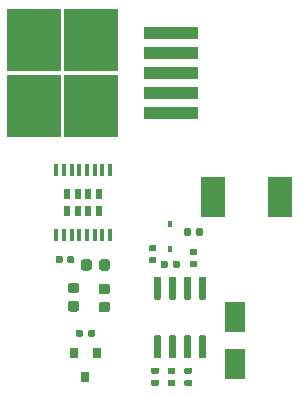
<source format=gbr>
%TF.GenerationSoftware,KiCad,Pcbnew,5.1.5+dfsg1-2build2*%
%TF.CreationDate,2022-09-06T14:28:28-04:00*%
%TF.ProjectId,salt_replacement,73616c74-5f72-4657-906c-6163656d656e,1.1.0*%
%TF.SameCoordinates,Original*%
%TF.FileFunction,Paste,Top*%
%TF.FilePolarity,Positive*%
%FSLAX46Y46*%
G04 Gerber Fmt 4.6, Leading zero omitted, Abs format (unit mm)*
G04 Created by KiCad (PCBNEW 5.1.5+dfsg1-2build2) date 2022-09-06 14:28:28*
%MOMM*%
%LPD*%
G04 APERTURE LIST*
%ADD10R,2.000000X3.400000*%
%ADD11R,0.800000X0.900000*%
%ADD12R,4.600000X1.100000*%
%ADD13R,4.550000X5.250000*%
%ADD14R,0.450000X1.050000*%
%ADD15R,0.537000X0.882000*%
%ADD16C,0.100000*%
%ADD17R,1.800000X2.500000*%
%ADD18R,0.450000X0.600000*%
G04 APERTURE END LIST*
D10*
%TO.C,L1*%
X126400000Y-114420000D03*
X132100000Y-114420000D03*
%TD*%
D11*
%TO.C,Q1*%
X116550000Y-127600000D03*
X114650000Y-127600000D03*
X115600000Y-129600000D03*
%TD*%
D12*
%TO.C,U1*%
X122825000Y-107320000D03*
X122825000Y-105620000D03*
X122825000Y-103920000D03*
X122825000Y-102220000D03*
X122825000Y-100520000D03*
D13*
X111250000Y-101145000D03*
X116100000Y-106695000D03*
X111250000Y-106695000D03*
X116100000Y-101145000D03*
%TD*%
D14*
%TO.C,U2*%
X113125000Y-117625000D03*
X113775000Y-117625000D03*
X114425000Y-117625000D03*
X115075000Y-117625000D03*
X115725000Y-117625000D03*
X116375000Y-117625000D03*
X117025000Y-117625000D03*
X117675000Y-117625000D03*
X117675000Y-112075000D03*
X117025000Y-112075000D03*
X116375000Y-112075000D03*
X115725000Y-112075000D03*
X115075000Y-112075000D03*
X114425000Y-112075000D03*
X113775000Y-112075000D03*
X113125000Y-112075000D03*
D15*
X116742500Y-114115000D03*
X115847500Y-114115000D03*
X114952500Y-114115000D03*
X114057500Y-114115000D03*
X116742500Y-115585000D03*
X115847500Y-115585000D03*
X114952500Y-115585000D03*
X114057500Y-115585000D03*
%TD*%
D16*
%TO.C,C6*%
G36*
X113543722Y-119390674D02*
G01*
X113557313Y-119392690D01*
X113570640Y-119396028D01*
X113583576Y-119400657D01*
X113595996Y-119406531D01*
X113607780Y-119413594D01*
X113618815Y-119421779D01*
X113628995Y-119431005D01*
X113638221Y-119441185D01*
X113646406Y-119452220D01*
X113653469Y-119464004D01*
X113659343Y-119476424D01*
X113663972Y-119489360D01*
X113667310Y-119502687D01*
X113669326Y-119516278D01*
X113670000Y-119530000D01*
X113670000Y-119870000D01*
X113669326Y-119883722D01*
X113667310Y-119897313D01*
X113663972Y-119910640D01*
X113659343Y-119923576D01*
X113653469Y-119935996D01*
X113646406Y-119947780D01*
X113638221Y-119958815D01*
X113628995Y-119968995D01*
X113618815Y-119978221D01*
X113607780Y-119986406D01*
X113595996Y-119993469D01*
X113583576Y-119999343D01*
X113570640Y-120003972D01*
X113557313Y-120007310D01*
X113543722Y-120009326D01*
X113530000Y-120010000D01*
X113250000Y-120010000D01*
X113236278Y-120009326D01*
X113222687Y-120007310D01*
X113209360Y-120003972D01*
X113196424Y-119999343D01*
X113184004Y-119993469D01*
X113172220Y-119986406D01*
X113161185Y-119978221D01*
X113151005Y-119968995D01*
X113141779Y-119958815D01*
X113133594Y-119947780D01*
X113126531Y-119935996D01*
X113120657Y-119923576D01*
X113116028Y-119910640D01*
X113112690Y-119897313D01*
X113110674Y-119883722D01*
X113110000Y-119870000D01*
X113110000Y-119530000D01*
X113110674Y-119516278D01*
X113112690Y-119502687D01*
X113116028Y-119489360D01*
X113120657Y-119476424D01*
X113126531Y-119464004D01*
X113133594Y-119452220D01*
X113141779Y-119441185D01*
X113151005Y-119431005D01*
X113161185Y-119421779D01*
X113172220Y-119413594D01*
X113184004Y-119406531D01*
X113196424Y-119400657D01*
X113209360Y-119396028D01*
X113222687Y-119392690D01*
X113236278Y-119390674D01*
X113250000Y-119390000D01*
X113530000Y-119390000D01*
X113543722Y-119390674D01*
G37*
G36*
X114503722Y-119390674D02*
G01*
X114517313Y-119392690D01*
X114530640Y-119396028D01*
X114543576Y-119400657D01*
X114555996Y-119406531D01*
X114567780Y-119413594D01*
X114578815Y-119421779D01*
X114588995Y-119431005D01*
X114598221Y-119441185D01*
X114606406Y-119452220D01*
X114613469Y-119464004D01*
X114619343Y-119476424D01*
X114623972Y-119489360D01*
X114627310Y-119502687D01*
X114629326Y-119516278D01*
X114630000Y-119530000D01*
X114630000Y-119870000D01*
X114629326Y-119883722D01*
X114627310Y-119897313D01*
X114623972Y-119910640D01*
X114619343Y-119923576D01*
X114613469Y-119935996D01*
X114606406Y-119947780D01*
X114598221Y-119958815D01*
X114588995Y-119968995D01*
X114578815Y-119978221D01*
X114567780Y-119986406D01*
X114555996Y-119993469D01*
X114543576Y-119999343D01*
X114530640Y-120003972D01*
X114517313Y-120007310D01*
X114503722Y-120009326D01*
X114490000Y-120010000D01*
X114210000Y-120010000D01*
X114196278Y-120009326D01*
X114182687Y-120007310D01*
X114169360Y-120003972D01*
X114156424Y-119999343D01*
X114144004Y-119993469D01*
X114132220Y-119986406D01*
X114121185Y-119978221D01*
X114111005Y-119968995D01*
X114101779Y-119958815D01*
X114093594Y-119947780D01*
X114086531Y-119935996D01*
X114080657Y-119923576D01*
X114076028Y-119910640D01*
X114072690Y-119897313D01*
X114070674Y-119883722D01*
X114070000Y-119870000D01*
X114070000Y-119530000D01*
X114070674Y-119516278D01*
X114072690Y-119502687D01*
X114076028Y-119489360D01*
X114080657Y-119476424D01*
X114086531Y-119464004D01*
X114093594Y-119452220D01*
X114101779Y-119441185D01*
X114111005Y-119431005D01*
X114121185Y-119421779D01*
X114132220Y-119413594D01*
X114144004Y-119406531D01*
X114156424Y-119400657D01*
X114169360Y-119396028D01*
X114182687Y-119392690D01*
X114196278Y-119390674D01*
X114210000Y-119390000D01*
X114490000Y-119390000D01*
X114503722Y-119390674D01*
G37*
%TD*%
%TO.C,C7*%
G36*
X117472054Y-119676083D02*
G01*
X117493895Y-119679323D01*
X117515314Y-119684688D01*
X117536104Y-119692127D01*
X117556064Y-119701568D01*
X117575003Y-119712919D01*
X117592738Y-119726073D01*
X117609099Y-119740901D01*
X117623927Y-119757262D01*
X117637081Y-119774997D01*
X117648432Y-119793936D01*
X117657873Y-119813896D01*
X117665312Y-119834686D01*
X117670677Y-119856105D01*
X117673917Y-119877946D01*
X117675000Y-119900000D01*
X117675000Y-120400000D01*
X117673917Y-120422054D01*
X117670677Y-120443895D01*
X117665312Y-120465314D01*
X117657873Y-120486104D01*
X117648432Y-120506064D01*
X117637081Y-120525003D01*
X117623927Y-120542738D01*
X117609099Y-120559099D01*
X117592738Y-120573927D01*
X117575003Y-120587081D01*
X117556064Y-120598432D01*
X117536104Y-120607873D01*
X117515314Y-120615312D01*
X117493895Y-120620677D01*
X117472054Y-120623917D01*
X117450000Y-120625000D01*
X117000000Y-120625000D01*
X116977946Y-120623917D01*
X116956105Y-120620677D01*
X116934686Y-120615312D01*
X116913896Y-120607873D01*
X116893936Y-120598432D01*
X116874997Y-120587081D01*
X116857262Y-120573927D01*
X116840901Y-120559099D01*
X116826073Y-120542738D01*
X116812919Y-120525003D01*
X116801568Y-120506064D01*
X116792127Y-120486104D01*
X116784688Y-120465314D01*
X116779323Y-120443895D01*
X116776083Y-120422054D01*
X116775000Y-120400000D01*
X116775000Y-119900000D01*
X116776083Y-119877946D01*
X116779323Y-119856105D01*
X116784688Y-119834686D01*
X116792127Y-119813896D01*
X116801568Y-119793936D01*
X116812919Y-119774997D01*
X116826073Y-119757262D01*
X116840901Y-119740901D01*
X116857262Y-119726073D01*
X116874997Y-119712919D01*
X116893936Y-119701568D01*
X116913896Y-119692127D01*
X116934686Y-119684688D01*
X116956105Y-119679323D01*
X116977946Y-119676083D01*
X117000000Y-119675000D01*
X117450000Y-119675000D01*
X117472054Y-119676083D01*
G37*
G36*
X115922054Y-119676083D02*
G01*
X115943895Y-119679323D01*
X115965314Y-119684688D01*
X115986104Y-119692127D01*
X116006064Y-119701568D01*
X116025003Y-119712919D01*
X116042738Y-119726073D01*
X116059099Y-119740901D01*
X116073927Y-119757262D01*
X116087081Y-119774997D01*
X116098432Y-119793936D01*
X116107873Y-119813896D01*
X116115312Y-119834686D01*
X116120677Y-119856105D01*
X116123917Y-119877946D01*
X116125000Y-119900000D01*
X116125000Y-120400000D01*
X116123917Y-120422054D01*
X116120677Y-120443895D01*
X116115312Y-120465314D01*
X116107873Y-120486104D01*
X116098432Y-120506064D01*
X116087081Y-120525003D01*
X116073927Y-120542738D01*
X116059099Y-120559099D01*
X116042738Y-120573927D01*
X116025003Y-120587081D01*
X116006064Y-120598432D01*
X115986104Y-120607873D01*
X115965314Y-120615312D01*
X115943895Y-120620677D01*
X115922054Y-120623917D01*
X115900000Y-120625000D01*
X115450000Y-120625000D01*
X115427946Y-120623917D01*
X115406105Y-120620677D01*
X115384686Y-120615312D01*
X115363896Y-120607873D01*
X115343936Y-120598432D01*
X115324997Y-120587081D01*
X115307262Y-120573927D01*
X115290901Y-120559099D01*
X115276073Y-120542738D01*
X115262919Y-120525003D01*
X115251568Y-120506064D01*
X115242127Y-120486104D01*
X115234688Y-120465314D01*
X115229323Y-120443895D01*
X115226083Y-120422054D01*
X115225000Y-120400000D01*
X115225000Y-119900000D01*
X115226083Y-119877946D01*
X115229323Y-119856105D01*
X115234688Y-119834686D01*
X115242127Y-119813896D01*
X115251568Y-119793936D01*
X115262919Y-119774997D01*
X115276073Y-119757262D01*
X115290901Y-119740901D01*
X115307262Y-119726073D01*
X115324997Y-119712919D01*
X115343936Y-119701568D01*
X115363896Y-119692127D01*
X115384686Y-119684688D01*
X115406105Y-119679323D01*
X115427946Y-119676083D01*
X115450000Y-119675000D01*
X115900000Y-119675000D01*
X115922054Y-119676083D01*
G37*
%TD*%
%TO.C,C8*%
G36*
X114872054Y-123201083D02*
G01*
X114893895Y-123204323D01*
X114915314Y-123209688D01*
X114936104Y-123217127D01*
X114956064Y-123226568D01*
X114975003Y-123237919D01*
X114992738Y-123251073D01*
X115009099Y-123265901D01*
X115023927Y-123282262D01*
X115037081Y-123299997D01*
X115048432Y-123318936D01*
X115057873Y-123338896D01*
X115065312Y-123359686D01*
X115070677Y-123381105D01*
X115073917Y-123402946D01*
X115075000Y-123425000D01*
X115075000Y-123875000D01*
X115073917Y-123897054D01*
X115070677Y-123918895D01*
X115065312Y-123940314D01*
X115057873Y-123961104D01*
X115048432Y-123981064D01*
X115037081Y-124000003D01*
X115023927Y-124017738D01*
X115009099Y-124034099D01*
X114992738Y-124048927D01*
X114975003Y-124062081D01*
X114956064Y-124073432D01*
X114936104Y-124082873D01*
X114915314Y-124090312D01*
X114893895Y-124095677D01*
X114872054Y-124098917D01*
X114850000Y-124100000D01*
X114350000Y-124100000D01*
X114327946Y-124098917D01*
X114306105Y-124095677D01*
X114284686Y-124090312D01*
X114263896Y-124082873D01*
X114243936Y-124073432D01*
X114224997Y-124062081D01*
X114207262Y-124048927D01*
X114190901Y-124034099D01*
X114176073Y-124017738D01*
X114162919Y-124000003D01*
X114151568Y-123981064D01*
X114142127Y-123961104D01*
X114134688Y-123940314D01*
X114129323Y-123918895D01*
X114126083Y-123897054D01*
X114125000Y-123875000D01*
X114125000Y-123425000D01*
X114126083Y-123402946D01*
X114129323Y-123381105D01*
X114134688Y-123359686D01*
X114142127Y-123338896D01*
X114151568Y-123318936D01*
X114162919Y-123299997D01*
X114176073Y-123282262D01*
X114190901Y-123265901D01*
X114207262Y-123251073D01*
X114224997Y-123237919D01*
X114243936Y-123226568D01*
X114263896Y-123217127D01*
X114284686Y-123209688D01*
X114306105Y-123204323D01*
X114327946Y-123201083D01*
X114350000Y-123200000D01*
X114850000Y-123200000D01*
X114872054Y-123201083D01*
G37*
G36*
X114872054Y-121651083D02*
G01*
X114893895Y-121654323D01*
X114915314Y-121659688D01*
X114936104Y-121667127D01*
X114956064Y-121676568D01*
X114975003Y-121687919D01*
X114992738Y-121701073D01*
X115009099Y-121715901D01*
X115023927Y-121732262D01*
X115037081Y-121749997D01*
X115048432Y-121768936D01*
X115057873Y-121788896D01*
X115065312Y-121809686D01*
X115070677Y-121831105D01*
X115073917Y-121852946D01*
X115075000Y-121875000D01*
X115075000Y-122325000D01*
X115073917Y-122347054D01*
X115070677Y-122368895D01*
X115065312Y-122390314D01*
X115057873Y-122411104D01*
X115048432Y-122431064D01*
X115037081Y-122450003D01*
X115023927Y-122467738D01*
X115009099Y-122484099D01*
X114992738Y-122498927D01*
X114975003Y-122512081D01*
X114956064Y-122523432D01*
X114936104Y-122532873D01*
X114915314Y-122540312D01*
X114893895Y-122545677D01*
X114872054Y-122548917D01*
X114850000Y-122550000D01*
X114350000Y-122550000D01*
X114327946Y-122548917D01*
X114306105Y-122545677D01*
X114284686Y-122540312D01*
X114263896Y-122532873D01*
X114243936Y-122523432D01*
X114224997Y-122512081D01*
X114207262Y-122498927D01*
X114190901Y-122484099D01*
X114176073Y-122467738D01*
X114162919Y-122450003D01*
X114151568Y-122431064D01*
X114142127Y-122411104D01*
X114134688Y-122390314D01*
X114129323Y-122368895D01*
X114126083Y-122347054D01*
X114125000Y-122325000D01*
X114125000Y-121875000D01*
X114126083Y-121852946D01*
X114129323Y-121831105D01*
X114134688Y-121809686D01*
X114142127Y-121788896D01*
X114151568Y-121768936D01*
X114162919Y-121749997D01*
X114176073Y-121732262D01*
X114190901Y-121715901D01*
X114207262Y-121701073D01*
X114224997Y-121687919D01*
X114243936Y-121676568D01*
X114263896Y-121667127D01*
X114284686Y-121659688D01*
X114306105Y-121654323D01*
X114327946Y-121651083D01*
X114350000Y-121650000D01*
X114850000Y-121650000D01*
X114872054Y-121651083D01*
G37*
%TD*%
%TO.C,C9*%
G36*
X117472054Y-123276083D02*
G01*
X117493895Y-123279323D01*
X117515314Y-123284688D01*
X117536104Y-123292127D01*
X117556064Y-123301568D01*
X117575003Y-123312919D01*
X117592738Y-123326073D01*
X117609099Y-123340901D01*
X117623927Y-123357262D01*
X117637081Y-123374997D01*
X117648432Y-123393936D01*
X117657873Y-123413896D01*
X117665312Y-123434686D01*
X117670677Y-123456105D01*
X117673917Y-123477946D01*
X117675000Y-123500000D01*
X117675000Y-123950000D01*
X117673917Y-123972054D01*
X117670677Y-123993895D01*
X117665312Y-124015314D01*
X117657873Y-124036104D01*
X117648432Y-124056064D01*
X117637081Y-124075003D01*
X117623927Y-124092738D01*
X117609099Y-124109099D01*
X117592738Y-124123927D01*
X117575003Y-124137081D01*
X117556064Y-124148432D01*
X117536104Y-124157873D01*
X117515314Y-124165312D01*
X117493895Y-124170677D01*
X117472054Y-124173917D01*
X117450000Y-124175000D01*
X116950000Y-124175000D01*
X116927946Y-124173917D01*
X116906105Y-124170677D01*
X116884686Y-124165312D01*
X116863896Y-124157873D01*
X116843936Y-124148432D01*
X116824997Y-124137081D01*
X116807262Y-124123927D01*
X116790901Y-124109099D01*
X116776073Y-124092738D01*
X116762919Y-124075003D01*
X116751568Y-124056064D01*
X116742127Y-124036104D01*
X116734688Y-124015314D01*
X116729323Y-123993895D01*
X116726083Y-123972054D01*
X116725000Y-123950000D01*
X116725000Y-123500000D01*
X116726083Y-123477946D01*
X116729323Y-123456105D01*
X116734688Y-123434686D01*
X116742127Y-123413896D01*
X116751568Y-123393936D01*
X116762919Y-123374997D01*
X116776073Y-123357262D01*
X116790901Y-123340901D01*
X116807262Y-123326073D01*
X116824997Y-123312919D01*
X116843936Y-123301568D01*
X116863896Y-123292127D01*
X116884686Y-123284688D01*
X116906105Y-123279323D01*
X116927946Y-123276083D01*
X116950000Y-123275000D01*
X117450000Y-123275000D01*
X117472054Y-123276083D01*
G37*
G36*
X117472054Y-121726083D02*
G01*
X117493895Y-121729323D01*
X117515314Y-121734688D01*
X117536104Y-121742127D01*
X117556064Y-121751568D01*
X117575003Y-121762919D01*
X117592738Y-121776073D01*
X117609099Y-121790901D01*
X117623927Y-121807262D01*
X117637081Y-121824997D01*
X117648432Y-121843936D01*
X117657873Y-121863896D01*
X117665312Y-121884686D01*
X117670677Y-121906105D01*
X117673917Y-121927946D01*
X117675000Y-121950000D01*
X117675000Y-122400000D01*
X117673917Y-122422054D01*
X117670677Y-122443895D01*
X117665312Y-122465314D01*
X117657873Y-122486104D01*
X117648432Y-122506064D01*
X117637081Y-122525003D01*
X117623927Y-122542738D01*
X117609099Y-122559099D01*
X117592738Y-122573927D01*
X117575003Y-122587081D01*
X117556064Y-122598432D01*
X117536104Y-122607873D01*
X117515314Y-122615312D01*
X117493895Y-122620677D01*
X117472054Y-122623917D01*
X117450000Y-122625000D01*
X116950000Y-122625000D01*
X116927946Y-122623917D01*
X116906105Y-122620677D01*
X116884686Y-122615312D01*
X116863896Y-122607873D01*
X116843936Y-122598432D01*
X116824997Y-122587081D01*
X116807262Y-122573927D01*
X116790901Y-122559099D01*
X116776073Y-122542738D01*
X116762919Y-122525003D01*
X116751568Y-122506064D01*
X116742127Y-122486104D01*
X116734688Y-122465314D01*
X116729323Y-122443895D01*
X116726083Y-122422054D01*
X116725000Y-122400000D01*
X116725000Y-121950000D01*
X116726083Y-121927946D01*
X116729323Y-121906105D01*
X116734688Y-121884686D01*
X116742127Y-121863896D01*
X116751568Y-121843936D01*
X116762919Y-121824997D01*
X116776073Y-121807262D01*
X116790901Y-121790901D01*
X116807262Y-121776073D01*
X116824997Y-121762919D01*
X116843936Y-121751568D01*
X116863896Y-121742127D01*
X116884686Y-121734688D01*
X116906105Y-121729323D01*
X116927946Y-121726083D01*
X116950000Y-121725000D01*
X117450000Y-121725000D01*
X117472054Y-121726083D01*
G37*
%TD*%
%TO.C,R2*%
G36*
X116268232Y-125630650D02*
G01*
X116281337Y-125632594D01*
X116294188Y-125635813D01*
X116306662Y-125640276D01*
X116318639Y-125645941D01*
X116330002Y-125652752D01*
X116340643Y-125660644D01*
X116350459Y-125669541D01*
X116359356Y-125679357D01*
X116367248Y-125689998D01*
X116374059Y-125701361D01*
X116379724Y-125713338D01*
X116384187Y-125725812D01*
X116387406Y-125738663D01*
X116389350Y-125751768D01*
X116390000Y-125765000D01*
X116390000Y-126135000D01*
X116389350Y-126148232D01*
X116387406Y-126161337D01*
X116384187Y-126174188D01*
X116379724Y-126186662D01*
X116374059Y-126198639D01*
X116367248Y-126210002D01*
X116359356Y-126220643D01*
X116350459Y-126230459D01*
X116340643Y-126239356D01*
X116330002Y-126247248D01*
X116318639Y-126254059D01*
X116306662Y-126259724D01*
X116294188Y-126264187D01*
X116281337Y-126267406D01*
X116268232Y-126269350D01*
X116255000Y-126270000D01*
X115985000Y-126270000D01*
X115971768Y-126269350D01*
X115958663Y-126267406D01*
X115945812Y-126264187D01*
X115933338Y-126259724D01*
X115921361Y-126254059D01*
X115909998Y-126247248D01*
X115899357Y-126239356D01*
X115889541Y-126230459D01*
X115880644Y-126220643D01*
X115872752Y-126210002D01*
X115865941Y-126198639D01*
X115860276Y-126186662D01*
X115855813Y-126174188D01*
X115852594Y-126161337D01*
X115850650Y-126148232D01*
X115850000Y-126135000D01*
X115850000Y-125765000D01*
X115850650Y-125751768D01*
X115852594Y-125738663D01*
X115855813Y-125725812D01*
X115860276Y-125713338D01*
X115865941Y-125701361D01*
X115872752Y-125689998D01*
X115880644Y-125679357D01*
X115889541Y-125669541D01*
X115899357Y-125660644D01*
X115909998Y-125652752D01*
X115921361Y-125645941D01*
X115933338Y-125640276D01*
X115945812Y-125635813D01*
X115958663Y-125632594D01*
X115971768Y-125630650D01*
X115985000Y-125630000D01*
X116255000Y-125630000D01*
X116268232Y-125630650D01*
G37*
G36*
X115248232Y-125630650D02*
G01*
X115261337Y-125632594D01*
X115274188Y-125635813D01*
X115286662Y-125640276D01*
X115298639Y-125645941D01*
X115310002Y-125652752D01*
X115320643Y-125660644D01*
X115330459Y-125669541D01*
X115339356Y-125679357D01*
X115347248Y-125689998D01*
X115354059Y-125701361D01*
X115359724Y-125713338D01*
X115364187Y-125725812D01*
X115367406Y-125738663D01*
X115369350Y-125751768D01*
X115370000Y-125765000D01*
X115370000Y-126135000D01*
X115369350Y-126148232D01*
X115367406Y-126161337D01*
X115364187Y-126174188D01*
X115359724Y-126186662D01*
X115354059Y-126198639D01*
X115347248Y-126210002D01*
X115339356Y-126220643D01*
X115330459Y-126230459D01*
X115320643Y-126239356D01*
X115310002Y-126247248D01*
X115298639Y-126254059D01*
X115286662Y-126259724D01*
X115274188Y-126264187D01*
X115261337Y-126267406D01*
X115248232Y-126269350D01*
X115235000Y-126270000D01*
X114965000Y-126270000D01*
X114951768Y-126269350D01*
X114938663Y-126267406D01*
X114925812Y-126264187D01*
X114913338Y-126259724D01*
X114901361Y-126254059D01*
X114889998Y-126247248D01*
X114879357Y-126239356D01*
X114869541Y-126230459D01*
X114860644Y-126220643D01*
X114852752Y-126210002D01*
X114845941Y-126198639D01*
X114840276Y-126186662D01*
X114835813Y-126174188D01*
X114832594Y-126161337D01*
X114830650Y-126148232D01*
X114830000Y-126135000D01*
X114830000Y-125765000D01*
X114830650Y-125751768D01*
X114832594Y-125738663D01*
X114835813Y-125725812D01*
X114840276Y-125713338D01*
X114845941Y-125701361D01*
X114852752Y-125689998D01*
X114860644Y-125679357D01*
X114869541Y-125669541D01*
X114879357Y-125660644D01*
X114889998Y-125652752D01*
X114901361Y-125645941D01*
X114913338Y-125640276D01*
X114925812Y-125635813D01*
X114938663Y-125632594D01*
X114951768Y-125630650D01*
X114965000Y-125630000D01*
X115235000Y-125630000D01*
X115248232Y-125630650D01*
G37*
%TD*%
%TO.C,R1*%
G36*
X124388232Y-117030650D02*
G01*
X124401337Y-117032594D01*
X124414188Y-117035813D01*
X124426662Y-117040276D01*
X124438639Y-117045941D01*
X124450002Y-117052752D01*
X124460643Y-117060644D01*
X124470459Y-117069541D01*
X124479356Y-117079357D01*
X124487248Y-117089998D01*
X124494059Y-117101361D01*
X124499724Y-117113338D01*
X124504187Y-117125812D01*
X124507406Y-117138663D01*
X124509350Y-117151768D01*
X124510000Y-117165000D01*
X124510000Y-117535000D01*
X124509350Y-117548232D01*
X124507406Y-117561337D01*
X124504187Y-117574188D01*
X124499724Y-117586662D01*
X124494059Y-117598639D01*
X124487248Y-117610002D01*
X124479356Y-117620643D01*
X124470459Y-117630459D01*
X124460643Y-117639356D01*
X124450002Y-117647248D01*
X124438639Y-117654059D01*
X124426662Y-117659724D01*
X124414188Y-117664187D01*
X124401337Y-117667406D01*
X124388232Y-117669350D01*
X124375000Y-117670000D01*
X124105000Y-117670000D01*
X124091768Y-117669350D01*
X124078663Y-117667406D01*
X124065812Y-117664187D01*
X124053338Y-117659724D01*
X124041361Y-117654059D01*
X124029998Y-117647248D01*
X124019357Y-117639356D01*
X124009541Y-117630459D01*
X124000644Y-117620643D01*
X123992752Y-117610002D01*
X123985941Y-117598639D01*
X123980276Y-117586662D01*
X123975813Y-117574188D01*
X123972594Y-117561337D01*
X123970650Y-117548232D01*
X123970000Y-117535000D01*
X123970000Y-117165000D01*
X123970650Y-117151768D01*
X123972594Y-117138663D01*
X123975813Y-117125812D01*
X123980276Y-117113338D01*
X123985941Y-117101361D01*
X123992752Y-117089998D01*
X124000644Y-117079357D01*
X124009541Y-117069541D01*
X124019357Y-117060644D01*
X124029998Y-117052752D01*
X124041361Y-117045941D01*
X124053338Y-117040276D01*
X124065812Y-117035813D01*
X124078663Y-117032594D01*
X124091768Y-117030650D01*
X124105000Y-117030000D01*
X124375000Y-117030000D01*
X124388232Y-117030650D01*
G37*
G36*
X125408232Y-117030650D02*
G01*
X125421337Y-117032594D01*
X125434188Y-117035813D01*
X125446662Y-117040276D01*
X125458639Y-117045941D01*
X125470002Y-117052752D01*
X125480643Y-117060644D01*
X125490459Y-117069541D01*
X125499356Y-117079357D01*
X125507248Y-117089998D01*
X125514059Y-117101361D01*
X125519724Y-117113338D01*
X125524187Y-117125812D01*
X125527406Y-117138663D01*
X125529350Y-117151768D01*
X125530000Y-117165000D01*
X125530000Y-117535000D01*
X125529350Y-117548232D01*
X125527406Y-117561337D01*
X125524187Y-117574188D01*
X125519724Y-117586662D01*
X125514059Y-117598639D01*
X125507248Y-117610002D01*
X125499356Y-117620643D01*
X125490459Y-117630459D01*
X125480643Y-117639356D01*
X125470002Y-117647248D01*
X125458639Y-117654059D01*
X125446662Y-117659724D01*
X125434188Y-117664187D01*
X125421337Y-117667406D01*
X125408232Y-117669350D01*
X125395000Y-117670000D01*
X125125000Y-117670000D01*
X125111768Y-117669350D01*
X125098663Y-117667406D01*
X125085812Y-117664187D01*
X125073338Y-117659724D01*
X125061361Y-117654059D01*
X125049998Y-117647248D01*
X125039357Y-117639356D01*
X125029541Y-117630459D01*
X125020644Y-117620643D01*
X125012752Y-117610002D01*
X125005941Y-117598639D01*
X125000276Y-117586662D01*
X124995813Y-117574188D01*
X124992594Y-117561337D01*
X124990650Y-117548232D01*
X124990000Y-117535000D01*
X124990000Y-117165000D01*
X124990650Y-117151768D01*
X124992594Y-117138663D01*
X124995813Y-117125812D01*
X125000276Y-117113338D01*
X125005941Y-117101361D01*
X125012752Y-117089998D01*
X125020644Y-117079357D01*
X125029541Y-117069541D01*
X125039357Y-117060644D01*
X125049998Y-117052752D01*
X125061361Y-117045941D01*
X125073338Y-117040276D01*
X125085812Y-117035813D01*
X125098663Y-117032594D01*
X125111768Y-117030650D01*
X125125000Y-117030000D01*
X125395000Y-117030000D01*
X125408232Y-117030650D01*
G37*
%TD*%
%TO.C,R3*%
G36*
X124498232Y-128840650D02*
G01*
X124511337Y-128842594D01*
X124524188Y-128845813D01*
X124536662Y-128850276D01*
X124548639Y-128855941D01*
X124560002Y-128862752D01*
X124570643Y-128870644D01*
X124580459Y-128879541D01*
X124589356Y-128889357D01*
X124597248Y-128899998D01*
X124604059Y-128911361D01*
X124609724Y-128923338D01*
X124614187Y-128935812D01*
X124617406Y-128948663D01*
X124619350Y-128961768D01*
X124620000Y-128975000D01*
X124620000Y-129245000D01*
X124619350Y-129258232D01*
X124617406Y-129271337D01*
X124614187Y-129284188D01*
X124609724Y-129296662D01*
X124604059Y-129308639D01*
X124597248Y-129320002D01*
X124589356Y-129330643D01*
X124580459Y-129340459D01*
X124570643Y-129349356D01*
X124560002Y-129357248D01*
X124548639Y-129364059D01*
X124536662Y-129369724D01*
X124524188Y-129374187D01*
X124511337Y-129377406D01*
X124498232Y-129379350D01*
X124485000Y-129380000D01*
X124115000Y-129380000D01*
X124101768Y-129379350D01*
X124088663Y-129377406D01*
X124075812Y-129374187D01*
X124063338Y-129369724D01*
X124051361Y-129364059D01*
X124039998Y-129357248D01*
X124029357Y-129349356D01*
X124019541Y-129340459D01*
X124010644Y-129330643D01*
X124002752Y-129320002D01*
X123995941Y-129308639D01*
X123990276Y-129296662D01*
X123985813Y-129284188D01*
X123982594Y-129271337D01*
X123980650Y-129258232D01*
X123980000Y-129245000D01*
X123980000Y-128975000D01*
X123980650Y-128961768D01*
X123982594Y-128948663D01*
X123985813Y-128935812D01*
X123990276Y-128923338D01*
X123995941Y-128911361D01*
X124002752Y-128899998D01*
X124010644Y-128889357D01*
X124019541Y-128879541D01*
X124029357Y-128870644D01*
X124039998Y-128862752D01*
X124051361Y-128855941D01*
X124063338Y-128850276D01*
X124075812Y-128845813D01*
X124088663Y-128842594D01*
X124101768Y-128840650D01*
X124115000Y-128840000D01*
X124485000Y-128840000D01*
X124498232Y-128840650D01*
G37*
G36*
X124498232Y-129860650D02*
G01*
X124511337Y-129862594D01*
X124524188Y-129865813D01*
X124536662Y-129870276D01*
X124548639Y-129875941D01*
X124560002Y-129882752D01*
X124570643Y-129890644D01*
X124580459Y-129899541D01*
X124589356Y-129909357D01*
X124597248Y-129919998D01*
X124604059Y-129931361D01*
X124609724Y-129943338D01*
X124614187Y-129955812D01*
X124617406Y-129968663D01*
X124619350Y-129981768D01*
X124620000Y-129995000D01*
X124620000Y-130265000D01*
X124619350Y-130278232D01*
X124617406Y-130291337D01*
X124614187Y-130304188D01*
X124609724Y-130316662D01*
X124604059Y-130328639D01*
X124597248Y-130340002D01*
X124589356Y-130350643D01*
X124580459Y-130360459D01*
X124570643Y-130369356D01*
X124560002Y-130377248D01*
X124548639Y-130384059D01*
X124536662Y-130389724D01*
X124524188Y-130394187D01*
X124511337Y-130397406D01*
X124498232Y-130399350D01*
X124485000Y-130400000D01*
X124115000Y-130400000D01*
X124101768Y-130399350D01*
X124088663Y-130397406D01*
X124075812Y-130394187D01*
X124063338Y-130389724D01*
X124051361Y-130384059D01*
X124039998Y-130377248D01*
X124029357Y-130369356D01*
X124019541Y-130360459D01*
X124010644Y-130350643D01*
X124002752Y-130340002D01*
X123995941Y-130328639D01*
X123990276Y-130316662D01*
X123985813Y-130304188D01*
X123982594Y-130291337D01*
X123980650Y-130278232D01*
X123980000Y-130265000D01*
X123980000Y-129995000D01*
X123980650Y-129981768D01*
X123982594Y-129968663D01*
X123985813Y-129955812D01*
X123990276Y-129943338D01*
X123995941Y-129931361D01*
X124002752Y-129919998D01*
X124010644Y-129909357D01*
X124019541Y-129899541D01*
X124029357Y-129890644D01*
X124039998Y-129882752D01*
X124051361Y-129875941D01*
X124063338Y-129870276D01*
X124075812Y-129865813D01*
X124088663Y-129862594D01*
X124101768Y-129860650D01*
X124115000Y-129860000D01*
X124485000Y-129860000D01*
X124498232Y-129860650D01*
G37*
%TD*%
%TO.C,R4*%
G36*
X124948232Y-119790650D02*
G01*
X124961337Y-119792594D01*
X124974188Y-119795813D01*
X124986662Y-119800276D01*
X124998639Y-119805941D01*
X125010002Y-119812752D01*
X125020643Y-119820644D01*
X125030459Y-119829541D01*
X125039356Y-119839357D01*
X125047248Y-119849998D01*
X125054059Y-119861361D01*
X125059724Y-119873338D01*
X125064187Y-119885812D01*
X125067406Y-119898663D01*
X125069350Y-119911768D01*
X125070000Y-119925000D01*
X125070000Y-120195000D01*
X125069350Y-120208232D01*
X125067406Y-120221337D01*
X125064187Y-120234188D01*
X125059724Y-120246662D01*
X125054059Y-120258639D01*
X125047248Y-120270002D01*
X125039356Y-120280643D01*
X125030459Y-120290459D01*
X125020643Y-120299356D01*
X125010002Y-120307248D01*
X124998639Y-120314059D01*
X124986662Y-120319724D01*
X124974188Y-120324187D01*
X124961337Y-120327406D01*
X124948232Y-120329350D01*
X124935000Y-120330000D01*
X124565000Y-120330000D01*
X124551768Y-120329350D01*
X124538663Y-120327406D01*
X124525812Y-120324187D01*
X124513338Y-120319724D01*
X124501361Y-120314059D01*
X124489998Y-120307248D01*
X124479357Y-120299356D01*
X124469541Y-120290459D01*
X124460644Y-120280643D01*
X124452752Y-120270002D01*
X124445941Y-120258639D01*
X124440276Y-120246662D01*
X124435813Y-120234188D01*
X124432594Y-120221337D01*
X124430650Y-120208232D01*
X124430000Y-120195000D01*
X124430000Y-119925000D01*
X124430650Y-119911768D01*
X124432594Y-119898663D01*
X124435813Y-119885812D01*
X124440276Y-119873338D01*
X124445941Y-119861361D01*
X124452752Y-119849998D01*
X124460644Y-119839357D01*
X124469541Y-119829541D01*
X124479357Y-119820644D01*
X124489998Y-119812752D01*
X124501361Y-119805941D01*
X124513338Y-119800276D01*
X124525812Y-119795813D01*
X124538663Y-119792594D01*
X124551768Y-119790650D01*
X124565000Y-119790000D01*
X124935000Y-119790000D01*
X124948232Y-119790650D01*
G37*
G36*
X124948232Y-118770650D02*
G01*
X124961337Y-118772594D01*
X124974188Y-118775813D01*
X124986662Y-118780276D01*
X124998639Y-118785941D01*
X125010002Y-118792752D01*
X125020643Y-118800644D01*
X125030459Y-118809541D01*
X125039356Y-118819357D01*
X125047248Y-118829998D01*
X125054059Y-118841361D01*
X125059724Y-118853338D01*
X125064187Y-118865812D01*
X125067406Y-118878663D01*
X125069350Y-118891768D01*
X125070000Y-118905000D01*
X125070000Y-119175000D01*
X125069350Y-119188232D01*
X125067406Y-119201337D01*
X125064187Y-119214188D01*
X125059724Y-119226662D01*
X125054059Y-119238639D01*
X125047248Y-119250002D01*
X125039356Y-119260643D01*
X125030459Y-119270459D01*
X125020643Y-119279356D01*
X125010002Y-119287248D01*
X124998639Y-119294059D01*
X124986662Y-119299724D01*
X124974188Y-119304187D01*
X124961337Y-119307406D01*
X124948232Y-119309350D01*
X124935000Y-119310000D01*
X124565000Y-119310000D01*
X124551768Y-119309350D01*
X124538663Y-119307406D01*
X124525812Y-119304187D01*
X124513338Y-119299724D01*
X124501361Y-119294059D01*
X124489998Y-119287248D01*
X124479357Y-119279356D01*
X124469541Y-119270459D01*
X124460644Y-119260643D01*
X124452752Y-119250002D01*
X124445941Y-119238639D01*
X124440276Y-119226662D01*
X124435813Y-119214188D01*
X124432594Y-119201337D01*
X124430650Y-119188232D01*
X124430000Y-119175000D01*
X124430000Y-118905000D01*
X124430650Y-118891768D01*
X124432594Y-118878663D01*
X124435813Y-118865812D01*
X124440276Y-118853338D01*
X124445941Y-118841361D01*
X124452752Y-118829998D01*
X124460644Y-118819357D01*
X124469541Y-118809541D01*
X124479357Y-118800644D01*
X124489998Y-118792752D01*
X124501361Y-118785941D01*
X124513338Y-118780276D01*
X124525812Y-118775813D01*
X124538663Y-118772594D01*
X124551768Y-118770650D01*
X124565000Y-118770000D01*
X124935000Y-118770000D01*
X124948232Y-118770650D01*
G37*
%TD*%
%TO.C,R5*%
G36*
X121498232Y-118470650D02*
G01*
X121511337Y-118472594D01*
X121524188Y-118475813D01*
X121536662Y-118480276D01*
X121548639Y-118485941D01*
X121560002Y-118492752D01*
X121570643Y-118500644D01*
X121580459Y-118509541D01*
X121589356Y-118519357D01*
X121597248Y-118529998D01*
X121604059Y-118541361D01*
X121609724Y-118553338D01*
X121614187Y-118565812D01*
X121617406Y-118578663D01*
X121619350Y-118591768D01*
X121620000Y-118605000D01*
X121620000Y-118875000D01*
X121619350Y-118888232D01*
X121617406Y-118901337D01*
X121614187Y-118914188D01*
X121609724Y-118926662D01*
X121604059Y-118938639D01*
X121597248Y-118950002D01*
X121589356Y-118960643D01*
X121580459Y-118970459D01*
X121570643Y-118979356D01*
X121560002Y-118987248D01*
X121548639Y-118994059D01*
X121536662Y-118999724D01*
X121524188Y-119004187D01*
X121511337Y-119007406D01*
X121498232Y-119009350D01*
X121485000Y-119010000D01*
X121115000Y-119010000D01*
X121101768Y-119009350D01*
X121088663Y-119007406D01*
X121075812Y-119004187D01*
X121063338Y-118999724D01*
X121051361Y-118994059D01*
X121039998Y-118987248D01*
X121029357Y-118979356D01*
X121019541Y-118970459D01*
X121010644Y-118960643D01*
X121002752Y-118950002D01*
X120995941Y-118938639D01*
X120990276Y-118926662D01*
X120985813Y-118914188D01*
X120982594Y-118901337D01*
X120980650Y-118888232D01*
X120980000Y-118875000D01*
X120980000Y-118605000D01*
X120980650Y-118591768D01*
X120982594Y-118578663D01*
X120985813Y-118565812D01*
X120990276Y-118553338D01*
X120995941Y-118541361D01*
X121002752Y-118529998D01*
X121010644Y-118519357D01*
X121019541Y-118509541D01*
X121029357Y-118500644D01*
X121039998Y-118492752D01*
X121051361Y-118485941D01*
X121063338Y-118480276D01*
X121075812Y-118475813D01*
X121088663Y-118472594D01*
X121101768Y-118470650D01*
X121115000Y-118470000D01*
X121485000Y-118470000D01*
X121498232Y-118470650D01*
G37*
G36*
X121498232Y-119490650D02*
G01*
X121511337Y-119492594D01*
X121524188Y-119495813D01*
X121536662Y-119500276D01*
X121548639Y-119505941D01*
X121560002Y-119512752D01*
X121570643Y-119520644D01*
X121580459Y-119529541D01*
X121589356Y-119539357D01*
X121597248Y-119549998D01*
X121604059Y-119561361D01*
X121609724Y-119573338D01*
X121614187Y-119585812D01*
X121617406Y-119598663D01*
X121619350Y-119611768D01*
X121620000Y-119625000D01*
X121620000Y-119895000D01*
X121619350Y-119908232D01*
X121617406Y-119921337D01*
X121614187Y-119934188D01*
X121609724Y-119946662D01*
X121604059Y-119958639D01*
X121597248Y-119970002D01*
X121589356Y-119980643D01*
X121580459Y-119990459D01*
X121570643Y-119999356D01*
X121560002Y-120007248D01*
X121548639Y-120014059D01*
X121536662Y-120019724D01*
X121524188Y-120024187D01*
X121511337Y-120027406D01*
X121498232Y-120029350D01*
X121485000Y-120030000D01*
X121115000Y-120030000D01*
X121101768Y-120029350D01*
X121088663Y-120027406D01*
X121075812Y-120024187D01*
X121063338Y-120019724D01*
X121051361Y-120014059D01*
X121039998Y-120007248D01*
X121029357Y-119999356D01*
X121019541Y-119990459D01*
X121010644Y-119980643D01*
X121002752Y-119970002D01*
X120995941Y-119958639D01*
X120990276Y-119946662D01*
X120985813Y-119934188D01*
X120982594Y-119921337D01*
X120980650Y-119908232D01*
X120980000Y-119895000D01*
X120980000Y-119625000D01*
X120980650Y-119611768D01*
X120982594Y-119598663D01*
X120985813Y-119585812D01*
X120990276Y-119573338D01*
X120995941Y-119561361D01*
X121002752Y-119549998D01*
X121010644Y-119539357D01*
X121019541Y-119529541D01*
X121029357Y-119520644D01*
X121039998Y-119512752D01*
X121051361Y-119505941D01*
X121063338Y-119500276D01*
X121075812Y-119495813D01*
X121088663Y-119492594D01*
X121101768Y-119490650D01*
X121115000Y-119490000D01*
X121485000Y-119490000D01*
X121498232Y-119490650D01*
G37*
%TD*%
%TO.C,R6*%
G36*
X123458232Y-119780650D02*
G01*
X123471337Y-119782594D01*
X123484188Y-119785813D01*
X123496662Y-119790276D01*
X123508639Y-119795941D01*
X123520002Y-119802752D01*
X123530643Y-119810644D01*
X123540459Y-119819541D01*
X123549356Y-119829357D01*
X123557248Y-119839998D01*
X123564059Y-119851361D01*
X123569724Y-119863338D01*
X123574187Y-119875812D01*
X123577406Y-119888663D01*
X123579350Y-119901768D01*
X123580000Y-119915000D01*
X123580000Y-120285000D01*
X123579350Y-120298232D01*
X123577406Y-120311337D01*
X123574187Y-120324188D01*
X123569724Y-120336662D01*
X123564059Y-120348639D01*
X123557248Y-120360002D01*
X123549356Y-120370643D01*
X123540459Y-120380459D01*
X123530643Y-120389356D01*
X123520002Y-120397248D01*
X123508639Y-120404059D01*
X123496662Y-120409724D01*
X123484188Y-120414187D01*
X123471337Y-120417406D01*
X123458232Y-120419350D01*
X123445000Y-120420000D01*
X123175000Y-120420000D01*
X123161768Y-120419350D01*
X123148663Y-120417406D01*
X123135812Y-120414187D01*
X123123338Y-120409724D01*
X123111361Y-120404059D01*
X123099998Y-120397248D01*
X123089357Y-120389356D01*
X123079541Y-120380459D01*
X123070644Y-120370643D01*
X123062752Y-120360002D01*
X123055941Y-120348639D01*
X123050276Y-120336662D01*
X123045813Y-120324188D01*
X123042594Y-120311337D01*
X123040650Y-120298232D01*
X123040000Y-120285000D01*
X123040000Y-119915000D01*
X123040650Y-119901768D01*
X123042594Y-119888663D01*
X123045813Y-119875812D01*
X123050276Y-119863338D01*
X123055941Y-119851361D01*
X123062752Y-119839998D01*
X123070644Y-119829357D01*
X123079541Y-119819541D01*
X123089357Y-119810644D01*
X123099998Y-119802752D01*
X123111361Y-119795941D01*
X123123338Y-119790276D01*
X123135812Y-119785813D01*
X123148663Y-119782594D01*
X123161768Y-119780650D01*
X123175000Y-119780000D01*
X123445000Y-119780000D01*
X123458232Y-119780650D01*
G37*
G36*
X122438232Y-119780650D02*
G01*
X122451337Y-119782594D01*
X122464188Y-119785813D01*
X122476662Y-119790276D01*
X122488639Y-119795941D01*
X122500002Y-119802752D01*
X122510643Y-119810644D01*
X122520459Y-119819541D01*
X122529356Y-119829357D01*
X122537248Y-119839998D01*
X122544059Y-119851361D01*
X122549724Y-119863338D01*
X122554187Y-119875812D01*
X122557406Y-119888663D01*
X122559350Y-119901768D01*
X122560000Y-119915000D01*
X122560000Y-120285000D01*
X122559350Y-120298232D01*
X122557406Y-120311337D01*
X122554187Y-120324188D01*
X122549724Y-120336662D01*
X122544059Y-120348639D01*
X122537248Y-120360002D01*
X122529356Y-120370643D01*
X122520459Y-120380459D01*
X122510643Y-120389356D01*
X122500002Y-120397248D01*
X122488639Y-120404059D01*
X122476662Y-120409724D01*
X122464188Y-120414187D01*
X122451337Y-120417406D01*
X122438232Y-120419350D01*
X122425000Y-120420000D01*
X122155000Y-120420000D01*
X122141768Y-120419350D01*
X122128663Y-120417406D01*
X122115812Y-120414187D01*
X122103338Y-120409724D01*
X122091361Y-120404059D01*
X122079998Y-120397248D01*
X122069357Y-120389356D01*
X122059541Y-120380459D01*
X122050644Y-120370643D01*
X122042752Y-120360002D01*
X122035941Y-120348639D01*
X122030276Y-120336662D01*
X122025813Y-120324188D01*
X122022594Y-120311337D01*
X122020650Y-120298232D01*
X122020000Y-120285000D01*
X122020000Y-119915000D01*
X122020650Y-119901768D01*
X122022594Y-119888663D01*
X122025813Y-119875812D01*
X122030276Y-119863338D01*
X122035941Y-119851361D01*
X122042752Y-119839998D01*
X122050644Y-119829357D01*
X122059541Y-119819541D01*
X122069357Y-119810644D01*
X122079998Y-119802752D01*
X122091361Y-119795941D01*
X122103338Y-119790276D01*
X122115812Y-119785813D01*
X122128663Y-119782594D01*
X122141768Y-119780650D01*
X122155000Y-119780000D01*
X122425000Y-119780000D01*
X122438232Y-119780650D01*
G37*
%TD*%
%TO.C,R7*%
G36*
X121698232Y-129860650D02*
G01*
X121711337Y-129862594D01*
X121724188Y-129865813D01*
X121736662Y-129870276D01*
X121748639Y-129875941D01*
X121760002Y-129882752D01*
X121770643Y-129890644D01*
X121780459Y-129899541D01*
X121789356Y-129909357D01*
X121797248Y-129919998D01*
X121804059Y-129931361D01*
X121809724Y-129943338D01*
X121814187Y-129955812D01*
X121817406Y-129968663D01*
X121819350Y-129981768D01*
X121820000Y-129995000D01*
X121820000Y-130265000D01*
X121819350Y-130278232D01*
X121817406Y-130291337D01*
X121814187Y-130304188D01*
X121809724Y-130316662D01*
X121804059Y-130328639D01*
X121797248Y-130340002D01*
X121789356Y-130350643D01*
X121780459Y-130360459D01*
X121770643Y-130369356D01*
X121760002Y-130377248D01*
X121748639Y-130384059D01*
X121736662Y-130389724D01*
X121724188Y-130394187D01*
X121711337Y-130397406D01*
X121698232Y-130399350D01*
X121685000Y-130400000D01*
X121315000Y-130400000D01*
X121301768Y-130399350D01*
X121288663Y-130397406D01*
X121275812Y-130394187D01*
X121263338Y-130389724D01*
X121251361Y-130384059D01*
X121239998Y-130377248D01*
X121229357Y-130369356D01*
X121219541Y-130360459D01*
X121210644Y-130350643D01*
X121202752Y-130340002D01*
X121195941Y-130328639D01*
X121190276Y-130316662D01*
X121185813Y-130304188D01*
X121182594Y-130291337D01*
X121180650Y-130278232D01*
X121180000Y-130265000D01*
X121180000Y-129995000D01*
X121180650Y-129981768D01*
X121182594Y-129968663D01*
X121185813Y-129955812D01*
X121190276Y-129943338D01*
X121195941Y-129931361D01*
X121202752Y-129919998D01*
X121210644Y-129909357D01*
X121219541Y-129899541D01*
X121229357Y-129890644D01*
X121239998Y-129882752D01*
X121251361Y-129875941D01*
X121263338Y-129870276D01*
X121275812Y-129865813D01*
X121288663Y-129862594D01*
X121301768Y-129860650D01*
X121315000Y-129860000D01*
X121685000Y-129860000D01*
X121698232Y-129860650D01*
G37*
G36*
X121698232Y-128840650D02*
G01*
X121711337Y-128842594D01*
X121724188Y-128845813D01*
X121736662Y-128850276D01*
X121748639Y-128855941D01*
X121760002Y-128862752D01*
X121770643Y-128870644D01*
X121780459Y-128879541D01*
X121789356Y-128889357D01*
X121797248Y-128899998D01*
X121804059Y-128911361D01*
X121809724Y-128923338D01*
X121814187Y-128935812D01*
X121817406Y-128948663D01*
X121819350Y-128961768D01*
X121820000Y-128975000D01*
X121820000Y-129245000D01*
X121819350Y-129258232D01*
X121817406Y-129271337D01*
X121814187Y-129284188D01*
X121809724Y-129296662D01*
X121804059Y-129308639D01*
X121797248Y-129320002D01*
X121789356Y-129330643D01*
X121780459Y-129340459D01*
X121770643Y-129349356D01*
X121760002Y-129357248D01*
X121748639Y-129364059D01*
X121736662Y-129369724D01*
X121724188Y-129374187D01*
X121711337Y-129377406D01*
X121698232Y-129379350D01*
X121685000Y-129380000D01*
X121315000Y-129380000D01*
X121301768Y-129379350D01*
X121288663Y-129377406D01*
X121275812Y-129374187D01*
X121263338Y-129369724D01*
X121251361Y-129364059D01*
X121239998Y-129357248D01*
X121229357Y-129349356D01*
X121219541Y-129340459D01*
X121210644Y-129330643D01*
X121202752Y-129320002D01*
X121195941Y-129308639D01*
X121190276Y-129296662D01*
X121185813Y-129284188D01*
X121182594Y-129271337D01*
X121180650Y-129258232D01*
X121180000Y-129245000D01*
X121180000Y-128975000D01*
X121180650Y-128961768D01*
X121182594Y-128948663D01*
X121185813Y-128935812D01*
X121190276Y-128923338D01*
X121195941Y-128911361D01*
X121202752Y-128899998D01*
X121210644Y-128889357D01*
X121219541Y-128879541D01*
X121229357Y-128870644D01*
X121239998Y-128862752D01*
X121251361Y-128855941D01*
X121263338Y-128850276D01*
X121275812Y-128845813D01*
X121288663Y-128842594D01*
X121301768Y-128840650D01*
X121315000Y-128840000D01*
X121685000Y-128840000D01*
X121698232Y-128840650D01*
G37*
%TD*%
%TO.C,R8*%
G36*
X123098232Y-129860650D02*
G01*
X123111337Y-129862594D01*
X123124188Y-129865813D01*
X123136662Y-129870276D01*
X123148639Y-129875941D01*
X123160002Y-129882752D01*
X123170643Y-129890644D01*
X123180459Y-129899541D01*
X123189356Y-129909357D01*
X123197248Y-129919998D01*
X123204059Y-129931361D01*
X123209724Y-129943338D01*
X123214187Y-129955812D01*
X123217406Y-129968663D01*
X123219350Y-129981768D01*
X123220000Y-129995000D01*
X123220000Y-130265000D01*
X123219350Y-130278232D01*
X123217406Y-130291337D01*
X123214187Y-130304188D01*
X123209724Y-130316662D01*
X123204059Y-130328639D01*
X123197248Y-130340002D01*
X123189356Y-130350643D01*
X123180459Y-130360459D01*
X123170643Y-130369356D01*
X123160002Y-130377248D01*
X123148639Y-130384059D01*
X123136662Y-130389724D01*
X123124188Y-130394187D01*
X123111337Y-130397406D01*
X123098232Y-130399350D01*
X123085000Y-130400000D01*
X122715000Y-130400000D01*
X122701768Y-130399350D01*
X122688663Y-130397406D01*
X122675812Y-130394187D01*
X122663338Y-130389724D01*
X122651361Y-130384059D01*
X122639998Y-130377248D01*
X122629357Y-130369356D01*
X122619541Y-130360459D01*
X122610644Y-130350643D01*
X122602752Y-130340002D01*
X122595941Y-130328639D01*
X122590276Y-130316662D01*
X122585813Y-130304188D01*
X122582594Y-130291337D01*
X122580650Y-130278232D01*
X122580000Y-130265000D01*
X122580000Y-129995000D01*
X122580650Y-129981768D01*
X122582594Y-129968663D01*
X122585813Y-129955812D01*
X122590276Y-129943338D01*
X122595941Y-129931361D01*
X122602752Y-129919998D01*
X122610644Y-129909357D01*
X122619541Y-129899541D01*
X122629357Y-129890644D01*
X122639998Y-129882752D01*
X122651361Y-129875941D01*
X122663338Y-129870276D01*
X122675812Y-129865813D01*
X122688663Y-129862594D01*
X122701768Y-129860650D01*
X122715000Y-129860000D01*
X123085000Y-129860000D01*
X123098232Y-129860650D01*
G37*
G36*
X123098232Y-128840650D02*
G01*
X123111337Y-128842594D01*
X123124188Y-128845813D01*
X123136662Y-128850276D01*
X123148639Y-128855941D01*
X123160002Y-128862752D01*
X123170643Y-128870644D01*
X123180459Y-128879541D01*
X123189356Y-128889357D01*
X123197248Y-128899998D01*
X123204059Y-128911361D01*
X123209724Y-128923338D01*
X123214187Y-128935812D01*
X123217406Y-128948663D01*
X123219350Y-128961768D01*
X123220000Y-128975000D01*
X123220000Y-129245000D01*
X123219350Y-129258232D01*
X123217406Y-129271337D01*
X123214187Y-129284188D01*
X123209724Y-129296662D01*
X123204059Y-129308639D01*
X123197248Y-129320002D01*
X123189356Y-129330643D01*
X123180459Y-129340459D01*
X123170643Y-129349356D01*
X123160002Y-129357248D01*
X123148639Y-129364059D01*
X123136662Y-129369724D01*
X123124188Y-129374187D01*
X123111337Y-129377406D01*
X123098232Y-129379350D01*
X123085000Y-129380000D01*
X122715000Y-129380000D01*
X122701768Y-129379350D01*
X122688663Y-129377406D01*
X122675812Y-129374187D01*
X122663338Y-129369724D01*
X122651361Y-129364059D01*
X122639998Y-129357248D01*
X122629357Y-129349356D01*
X122619541Y-129340459D01*
X122610644Y-129330643D01*
X122602752Y-129320002D01*
X122595941Y-129308639D01*
X122590276Y-129296662D01*
X122585813Y-129284188D01*
X122582594Y-129271337D01*
X122580650Y-129258232D01*
X122580000Y-129245000D01*
X122580000Y-128975000D01*
X122580650Y-128961768D01*
X122582594Y-128948663D01*
X122585813Y-128935812D01*
X122590276Y-128923338D01*
X122595941Y-128911361D01*
X122602752Y-128899998D01*
X122610644Y-128889357D01*
X122619541Y-128879541D01*
X122629357Y-128870644D01*
X122639998Y-128862752D01*
X122651361Y-128855941D01*
X122663338Y-128850276D01*
X122675812Y-128845813D01*
X122688663Y-128842594D01*
X122701768Y-128840650D01*
X122715000Y-128840000D01*
X123085000Y-128840000D01*
X123098232Y-128840650D01*
G37*
%TD*%
D17*
%TO.C,D1*%
X128250000Y-124520000D03*
X128250000Y-128520000D03*
%TD*%
D18*
%TO.C,D2*%
X122800000Y-118770000D03*
X122800000Y-116670000D03*
%TD*%
D16*
%TO.C,U3*%
G36*
X125669703Y-121150722D02*
G01*
X125684264Y-121152882D01*
X125698543Y-121156459D01*
X125712403Y-121161418D01*
X125725710Y-121167712D01*
X125738336Y-121175280D01*
X125750159Y-121184048D01*
X125761066Y-121193934D01*
X125770952Y-121204841D01*
X125779720Y-121216664D01*
X125787288Y-121229290D01*
X125793582Y-121242597D01*
X125798541Y-121256457D01*
X125802118Y-121270736D01*
X125804278Y-121285297D01*
X125805000Y-121300000D01*
X125805000Y-122950000D01*
X125804278Y-122964703D01*
X125802118Y-122979264D01*
X125798541Y-122993543D01*
X125793582Y-123007403D01*
X125787288Y-123020710D01*
X125779720Y-123033336D01*
X125770952Y-123045159D01*
X125761066Y-123056066D01*
X125750159Y-123065952D01*
X125738336Y-123074720D01*
X125725710Y-123082288D01*
X125712403Y-123088582D01*
X125698543Y-123093541D01*
X125684264Y-123097118D01*
X125669703Y-123099278D01*
X125655000Y-123100000D01*
X125355000Y-123100000D01*
X125340297Y-123099278D01*
X125325736Y-123097118D01*
X125311457Y-123093541D01*
X125297597Y-123088582D01*
X125284290Y-123082288D01*
X125271664Y-123074720D01*
X125259841Y-123065952D01*
X125248934Y-123056066D01*
X125239048Y-123045159D01*
X125230280Y-123033336D01*
X125222712Y-123020710D01*
X125216418Y-123007403D01*
X125211459Y-122993543D01*
X125207882Y-122979264D01*
X125205722Y-122964703D01*
X125205000Y-122950000D01*
X125205000Y-121300000D01*
X125205722Y-121285297D01*
X125207882Y-121270736D01*
X125211459Y-121256457D01*
X125216418Y-121242597D01*
X125222712Y-121229290D01*
X125230280Y-121216664D01*
X125239048Y-121204841D01*
X125248934Y-121193934D01*
X125259841Y-121184048D01*
X125271664Y-121175280D01*
X125284290Y-121167712D01*
X125297597Y-121161418D01*
X125311457Y-121156459D01*
X125325736Y-121152882D01*
X125340297Y-121150722D01*
X125355000Y-121150000D01*
X125655000Y-121150000D01*
X125669703Y-121150722D01*
G37*
G36*
X124399703Y-121150722D02*
G01*
X124414264Y-121152882D01*
X124428543Y-121156459D01*
X124442403Y-121161418D01*
X124455710Y-121167712D01*
X124468336Y-121175280D01*
X124480159Y-121184048D01*
X124491066Y-121193934D01*
X124500952Y-121204841D01*
X124509720Y-121216664D01*
X124517288Y-121229290D01*
X124523582Y-121242597D01*
X124528541Y-121256457D01*
X124532118Y-121270736D01*
X124534278Y-121285297D01*
X124535000Y-121300000D01*
X124535000Y-122950000D01*
X124534278Y-122964703D01*
X124532118Y-122979264D01*
X124528541Y-122993543D01*
X124523582Y-123007403D01*
X124517288Y-123020710D01*
X124509720Y-123033336D01*
X124500952Y-123045159D01*
X124491066Y-123056066D01*
X124480159Y-123065952D01*
X124468336Y-123074720D01*
X124455710Y-123082288D01*
X124442403Y-123088582D01*
X124428543Y-123093541D01*
X124414264Y-123097118D01*
X124399703Y-123099278D01*
X124385000Y-123100000D01*
X124085000Y-123100000D01*
X124070297Y-123099278D01*
X124055736Y-123097118D01*
X124041457Y-123093541D01*
X124027597Y-123088582D01*
X124014290Y-123082288D01*
X124001664Y-123074720D01*
X123989841Y-123065952D01*
X123978934Y-123056066D01*
X123969048Y-123045159D01*
X123960280Y-123033336D01*
X123952712Y-123020710D01*
X123946418Y-123007403D01*
X123941459Y-122993543D01*
X123937882Y-122979264D01*
X123935722Y-122964703D01*
X123935000Y-122950000D01*
X123935000Y-121300000D01*
X123935722Y-121285297D01*
X123937882Y-121270736D01*
X123941459Y-121256457D01*
X123946418Y-121242597D01*
X123952712Y-121229290D01*
X123960280Y-121216664D01*
X123969048Y-121204841D01*
X123978934Y-121193934D01*
X123989841Y-121184048D01*
X124001664Y-121175280D01*
X124014290Y-121167712D01*
X124027597Y-121161418D01*
X124041457Y-121156459D01*
X124055736Y-121152882D01*
X124070297Y-121150722D01*
X124085000Y-121150000D01*
X124385000Y-121150000D01*
X124399703Y-121150722D01*
G37*
G36*
X123129703Y-121150722D02*
G01*
X123144264Y-121152882D01*
X123158543Y-121156459D01*
X123172403Y-121161418D01*
X123185710Y-121167712D01*
X123198336Y-121175280D01*
X123210159Y-121184048D01*
X123221066Y-121193934D01*
X123230952Y-121204841D01*
X123239720Y-121216664D01*
X123247288Y-121229290D01*
X123253582Y-121242597D01*
X123258541Y-121256457D01*
X123262118Y-121270736D01*
X123264278Y-121285297D01*
X123265000Y-121300000D01*
X123265000Y-122950000D01*
X123264278Y-122964703D01*
X123262118Y-122979264D01*
X123258541Y-122993543D01*
X123253582Y-123007403D01*
X123247288Y-123020710D01*
X123239720Y-123033336D01*
X123230952Y-123045159D01*
X123221066Y-123056066D01*
X123210159Y-123065952D01*
X123198336Y-123074720D01*
X123185710Y-123082288D01*
X123172403Y-123088582D01*
X123158543Y-123093541D01*
X123144264Y-123097118D01*
X123129703Y-123099278D01*
X123115000Y-123100000D01*
X122815000Y-123100000D01*
X122800297Y-123099278D01*
X122785736Y-123097118D01*
X122771457Y-123093541D01*
X122757597Y-123088582D01*
X122744290Y-123082288D01*
X122731664Y-123074720D01*
X122719841Y-123065952D01*
X122708934Y-123056066D01*
X122699048Y-123045159D01*
X122690280Y-123033336D01*
X122682712Y-123020710D01*
X122676418Y-123007403D01*
X122671459Y-122993543D01*
X122667882Y-122979264D01*
X122665722Y-122964703D01*
X122665000Y-122950000D01*
X122665000Y-121300000D01*
X122665722Y-121285297D01*
X122667882Y-121270736D01*
X122671459Y-121256457D01*
X122676418Y-121242597D01*
X122682712Y-121229290D01*
X122690280Y-121216664D01*
X122699048Y-121204841D01*
X122708934Y-121193934D01*
X122719841Y-121184048D01*
X122731664Y-121175280D01*
X122744290Y-121167712D01*
X122757597Y-121161418D01*
X122771457Y-121156459D01*
X122785736Y-121152882D01*
X122800297Y-121150722D01*
X122815000Y-121150000D01*
X123115000Y-121150000D01*
X123129703Y-121150722D01*
G37*
G36*
X121859703Y-121150722D02*
G01*
X121874264Y-121152882D01*
X121888543Y-121156459D01*
X121902403Y-121161418D01*
X121915710Y-121167712D01*
X121928336Y-121175280D01*
X121940159Y-121184048D01*
X121951066Y-121193934D01*
X121960952Y-121204841D01*
X121969720Y-121216664D01*
X121977288Y-121229290D01*
X121983582Y-121242597D01*
X121988541Y-121256457D01*
X121992118Y-121270736D01*
X121994278Y-121285297D01*
X121995000Y-121300000D01*
X121995000Y-122950000D01*
X121994278Y-122964703D01*
X121992118Y-122979264D01*
X121988541Y-122993543D01*
X121983582Y-123007403D01*
X121977288Y-123020710D01*
X121969720Y-123033336D01*
X121960952Y-123045159D01*
X121951066Y-123056066D01*
X121940159Y-123065952D01*
X121928336Y-123074720D01*
X121915710Y-123082288D01*
X121902403Y-123088582D01*
X121888543Y-123093541D01*
X121874264Y-123097118D01*
X121859703Y-123099278D01*
X121845000Y-123100000D01*
X121545000Y-123100000D01*
X121530297Y-123099278D01*
X121515736Y-123097118D01*
X121501457Y-123093541D01*
X121487597Y-123088582D01*
X121474290Y-123082288D01*
X121461664Y-123074720D01*
X121449841Y-123065952D01*
X121438934Y-123056066D01*
X121429048Y-123045159D01*
X121420280Y-123033336D01*
X121412712Y-123020710D01*
X121406418Y-123007403D01*
X121401459Y-122993543D01*
X121397882Y-122979264D01*
X121395722Y-122964703D01*
X121395000Y-122950000D01*
X121395000Y-121300000D01*
X121395722Y-121285297D01*
X121397882Y-121270736D01*
X121401459Y-121256457D01*
X121406418Y-121242597D01*
X121412712Y-121229290D01*
X121420280Y-121216664D01*
X121429048Y-121204841D01*
X121438934Y-121193934D01*
X121449841Y-121184048D01*
X121461664Y-121175280D01*
X121474290Y-121167712D01*
X121487597Y-121161418D01*
X121501457Y-121156459D01*
X121515736Y-121152882D01*
X121530297Y-121150722D01*
X121545000Y-121150000D01*
X121845000Y-121150000D01*
X121859703Y-121150722D01*
G37*
G36*
X121859703Y-126100722D02*
G01*
X121874264Y-126102882D01*
X121888543Y-126106459D01*
X121902403Y-126111418D01*
X121915710Y-126117712D01*
X121928336Y-126125280D01*
X121940159Y-126134048D01*
X121951066Y-126143934D01*
X121960952Y-126154841D01*
X121969720Y-126166664D01*
X121977288Y-126179290D01*
X121983582Y-126192597D01*
X121988541Y-126206457D01*
X121992118Y-126220736D01*
X121994278Y-126235297D01*
X121995000Y-126250000D01*
X121995000Y-127900000D01*
X121994278Y-127914703D01*
X121992118Y-127929264D01*
X121988541Y-127943543D01*
X121983582Y-127957403D01*
X121977288Y-127970710D01*
X121969720Y-127983336D01*
X121960952Y-127995159D01*
X121951066Y-128006066D01*
X121940159Y-128015952D01*
X121928336Y-128024720D01*
X121915710Y-128032288D01*
X121902403Y-128038582D01*
X121888543Y-128043541D01*
X121874264Y-128047118D01*
X121859703Y-128049278D01*
X121845000Y-128050000D01*
X121545000Y-128050000D01*
X121530297Y-128049278D01*
X121515736Y-128047118D01*
X121501457Y-128043541D01*
X121487597Y-128038582D01*
X121474290Y-128032288D01*
X121461664Y-128024720D01*
X121449841Y-128015952D01*
X121438934Y-128006066D01*
X121429048Y-127995159D01*
X121420280Y-127983336D01*
X121412712Y-127970710D01*
X121406418Y-127957403D01*
X121401459Y-127943543D01*
X121397882Y-127929264D01*
X121395722Y-127914703D01*
X121395000Y-127900000D01*
X121395000Y-126250000D01*
X121395722Y-126235297D01*
X121397882Y-126220736D01*
X121401459Y-126206457D01*
X121406418Y-126192597D01*
X121412712Y-126179290D01*
X121420280Y-126166664D01*
X121429048Y-126154841D01*
X121438934Y-126143934D01*
X121449841Y-126134048D01*
X121461664Y-126125280D01*
X121474290Y-126117712D01*
X121487597Y-126111418D01*
X121501457Y-126106459D01*
X121515736Y-126102882D01*
X121530297Y-126100722D01*
X121545000Y-126100000D01*
X121845000Y-126100000D01*
X121859703Y-126100722D01*
G37*
G36*
X123129703Y-126100722D02*
G01*
X123144264Y-126102882D01*
X123158543Y-126106459D01*
X123172403Y-126111418D01*
X123185710Y-126117712D01*
X123198336Y-126125280D01*
X123210159Y-126134048D01*
X123221066Y-126143934D01*
X123230952Y-126154841D01*
X123239720Y-126166664D01*
X123247288Y-126179290D01*
X123253582Y-126192597D01*
X123258541Y-126206457D01*
X123262118Y-126220736D01*
X123264278Y-126235297D01*
X123265000Y-126250000D01*
X123265000Y-127900000D01*
X123264278Y-127914703D01*
X123262118Y-127929264D01*
X123258541Y-127943543D01*
X123253582Y-127957403D01*
X123247288Y-127970710D01*
X123239720Y-127983336D01*
X123230952Y-127995159D01*
X123221066Y-128006066D01*
X123210159Y-128015952D01*
X123198336Y-128024720D01*
X123185710Y-128032288D01*
X123172403Y-128038582D01*
X123158543Y-128043541D01*
X123144264Y-128047118D01*
X123129703Y-128049278D01*
X123115000Y-128050000D01*
X122815000Y-128050000D01*
X122800297Y-128049278D01*
X122785736Y-128047118D01*
X122771457Y-128043541D01*
X122757597Y-128038582D01*
X122744290Y-128032288D01*
X122731664Y-128024720D01*
X122719841Y-128015952D01*
X122708934Y-128006066D01*
X122699048Y-127995159D01*
X122690280Y-127983336D01*
X122682712Y-127970710D01*
X122676418Y-127957403D01*
X122671459Y-127943543D01*
X122667882Y-127929264D01*
X122665722Y-127914703D01*
X122665000Y-127900000D01*
X122665000Y-126250000D01*
X122665722Y-126235297D01*
X122667882Y-126220736D01*
X122671459Y-126206457D01*
X122676418Y-126192597D01*
X122682712Y-126179290D01*
X122690280Y-126166664D01*
X122699048Y-126154841D01*
X122708934Y-126143934D01*
X122719841Y-126134048D01*
X122731664Y-126125280D01*
X122744290Y-126117712D01*
X122757597Y-126111418D01*
X122771457Y-126106459D01*
X122785736Y-126102882D01*
X122800297Y-126100722D01*
X122815000Y-126100000D01*
X123115000Y-126100000D01*
X123129703Y-126100722D01*
G37*
G36*
X124399703Y-126100722D02*
G01*
X124414264Y-126102882D01*
X124428543Y-126106459D01*
X124442403Y-126111418D01*
X124455710Y-126117712D01*
X124468336Y-126125280D01*
X124480159Y-126134048D01*
X124491066Y-126143934D01*
X124500952Y-126154841D01*
X124509720Y-126166664D01*
X124517288Y-126179290D01*
X124523582Y-126192597D01*
X124528541Y-126206457D01*
X124532118Y-126220736D01*
X124534278Y-126235297D01*
X124535000Y-126250000D01*
X124535000Y-127900000D01*
X124534278Y-127914703D01*
X124532118Y-127929264D01*
X124528541Y-127943543D01*
X124523582Y-127957403D01*
X124517288Y-127970710D01*
X124509720Y-127983336D01*
X124500952Y-127995159D01*
X124491066Y-128006066D01*
X124480159Y-128015952D01*
X124468336Y-128024720D01*
X124455710Y-128032288D01*
X124442403Y-128038582D01*
X124428543Y-128043541D01*
X124414264Y-128047118D01*
X124399703Y-128049278D01*
X124385000Y-128050000D01*
X124085000Y-128050000D01*
X124070297Y-128049278D01*
X124055736Y-128047118D01*
X124041457Y-128043541D01*
X124027597Y-128038582D01*
X124014290Y-128032288D01*
X124001664Y-128024720D01*
X123989841Y-128015952D01*
X123978934Y-128006066D01*
X123969048Y-127995159D01*
X123960280Y-127983336D01*
X123952712Y-127970710D01*
X123946418Y-127957403D01*
X123941459Y-127943543D01*
X123937882Y-127929264D01*
X123935722Y-127914703D01*
X123935000Y-127900000D01*
X123935000Y-126250000D01*
X123935722Y-126235297D01*
X123937882Y-126220736D01*
X123941459Y-126206457D01*
X123946418Y-126192597D01*
X123952712Y-126179290D01*
X123960280Y-126166664D01*
X123969048Y-126154841D01*
X123978934Y-126143934D01*
X123989841Y-126134048D01*
X124001664Y-126125280D01*
X124014290Y-126117712D01*
X124027597Y-126111418D01*
X124041457Y-126106459D01*
X124055736Y-126102882D01*
X124070297Y-126100722D01*
X124085000Y-126100000D01*
X124385000Y-126100000D01*
X124399703Y-126100722D01*
G37*
G36*
X125669703Y-126100722D02*
G01*
X125684264Y-126102882D01*
X125698543Y-126106459D01*
X125712403Y-126111418D01*
X125725710Y-126117712D01*
X125738336Y-126125280D01*
X125750159Y-126134048D01*
X125761066Y-126143934D01*
X125770952Y-126154841D01*
X125779720Y-126166664D01*
X125787288Y-126179290D01*
X125793582Y-126192597D01*
X125798541Y-126206457D01*
X125802118Y-126220736D01*
X125804278Y-126235297D01*
X125805000Y-126250000D01*
X125805000Y-127900000D01*
X125804278Y-127914703D01*
X125802118Y-127929264D01*
X125798541Y-127943543D01*
X125793582Y-127957403D01*
X125787288Y-127970710D01*
X125779720Y-127983336D01*
X125770952Y-127995159D01*
X125761066Y-128006066D01*
X125750159Y-128015952D01*
X125738336Y-128024720D01*
X125725710Y-128032288D01*
X125712403Y-128038582D01*
X125698543Y-128043541D01*
X125684264Y-128047118D01*
X125669703Y-128049278D01*
X125655000Y-128050000D01*
X125355000Y-128050000D01*
X125340297Y-128049278D01*
X125325736Y-128047118D01*
X125311457Y-128043541D01*
X125297597Y-128038582D01*
X125284290Y-128032288D01*
X125271664Y-128024720D01*
X125259841Y-128015952D01*
X125248934Y-128006066D01*
X125239048Y-127995159D01*
X125230280Y-127983336D01*
X125222712Y-127970710D01*
X125216418Y-127957403D01*
X125211459Y-127943543D01*
X125207882Y-127929264D01*
X125205722Y-127914703D01*
X125205000Y-127900000D01*
X125205000Y-126250000D01*
X125205722Y-126235297D01*
X125207882Y-126220736D01*
X125211459Y-126206457D01*
X125216418Y-126192597D01*
X125222712Y-126179290D01*
X125230280Y-126166664D01*
X125239048Y-126154841D01*
X125248934Y-126143934D01*
X125259841Y-126134048D01*
X125271664Y-126125280D01*
X125284290Y-126117712D01*
X125297597Y-126111418D01*
X125311457Y-126106459D01*
X125325736Y-126102882D01*
X125340297Y-126100722D01*
X125355000Y-126100000D01*
X125655000Y-126100000D01*
X125669703Y-126100722D01*
G37*
%TD*%
M02*

</source>
